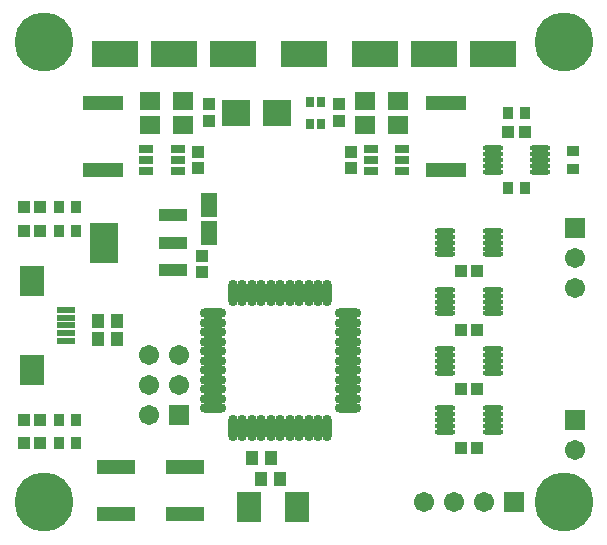
<source format=gts>
%FSLAX43Y43*%
%MOMM*%
G71*
G01*
G75*
G04 Layer_Color=8388736*
%ADD10R,3.650X2.050*%
%ADD11R,1.400X0.400*%
%ADD12R,1.900X2.300*%
%ADD13R,1.900X2.400*%
%ADD14R,0.900X1.000*%
%ADD15R,0.900X0.800*%
%ADD16R,0.800X0.900*%
%ADD17R,0.700X0.900*%
%ADD18R,3.000X1.000*%
%ADD19O,1.550X0.250*%
%ADD20R,0.900X0.700*%
%ADD21R,3.300X1.100*%
%ADD22R,1.500X1.400*%
%ADD23R,1.050X0.600*%
%ADD24R,2.250X2.100*%
%ADD25R,1.250X1.950*%
%ADD26O,0.600X2.050*%
%ADD27O,2.050X0.600*%
%ADD28R,2.150X3.200*%
%ADD29R,2.150X0.900*%
%ADD30R,0.559X0.711*%
%ADD31C,0.200*%
%ADD32C,0.400*%
%ADD33C,5.000*%
%ADD34C,1.500*%
%ADD35R,1.500X1.500*%
%ADD36R,1.500X1.500*%
%ADD37C,0.600*%
%ADD38C,1.000*%
%ADD39R,0.450X0.900*%
%ADD40R,3.300X1.400*%
%ADD41R,0.600X1.000*%
%ADD42C,0.250*%
%ADD43C,0.100*%
%ADD44C,0.600*%
%ADD45C,0.254*%
%ADD46C,0.203*%
%ADD47R,3.853X2.253*%
%ADD48R,1.603X0.603*%
%ADD49R,2.103X2.503*%
%ADD50R,2.103X2.603*%
%ADD51R,1.103X1.203*%
%ADD52R,1.103X1.003*%
%ADD53R,1.003X1.103*%
%ADD54R,0.903X1.103*%
%ADD55R,3.203X1.203*%
%ADD56O,1.753X0.453*%
%ADD57R,1.103X0.903*%
%ADD58R,3.503X1.303*%
%ADD59R,1.703X1.603*%
%ADD60R,1.253X0.803*%
%ADD61R,2.453X2.303*%
%ADD62R,1.453X2.153*%
%ADD63O,0.803X2.253*%
%ADD64O,2.253X0.803*%
%ADD65R,2.353X3.403*%
%ADD66R,2.353X1.103*%
%ADD67R,0.762X0.914*%
%ADD68C,1.703*%
%ADD69R,1.703X1.703*%
%ADD70R,1.703X1.703*%
G54D33*
X3000Y3000D02*
D03*
X47000D02*
D03*
X3000Y42000D02*
D03*
X47000D02*
D03*
G54D47*
X25000Y41000D02*
D03*
X41000D02*
D03*
X9000D02*
D03*
X14000D02*
D03*
X19000D02*
D03*
X31000D02*
D03*
X36000D02*
D03*
G54D48*
X4850Y19300D02*
D03*
Y18000D02*
D03*
Y18650D02*
D03*
Y17350D02*
D03*
Y16700D02*
D03*
G54D49*
X2000Y21750D02*
D03*
Y14250D02*
D03*
G54D50*
X24450Y2600D02*
D03*
X20350D02*
D03*
G54D51*
X20600Y6800D02*
D03*
X22200D02*
D03*
X21400Y5000D02*
D03*
X23000D02*
D03*
X9200Y18400D02*
D03*
X7600D02*
D03*
X9200Y16800D02*
D03*
X7600D02*
D03*
G54D52*
X16000Y31300D02*
D03*
Y32700D02*
D03*
X29000Y32700D02*
D03*
Y31300D02*
D03*
X28000Y36700D02*
D03*
Y35300D02*
D03*
X17000Y36700D02*
D03*
Y35300D02*
D03*
X16400Y23900D02*
D03*
Y22500D02*
D03*
G54D53*
X1300Y26000D02*
D03*
X2700D02*
D03*
X1300Y28000D02*
D03*
X2700D02*
D03*
X1300Y8000D02*
D03*
X2700D02*
D03*
X1300Y10000D02*
D03*
X2700D02*
D03*
X43700Y34400D02*
D03*
X42300D02*
D03*
X38300Y22600D02*
D03*
X39700D02*
D03*
X38300Y17600D02*
D03*
X39700D02*
D03*
X38300Y12600D02*
D03*
X39700D02*
D03*
X38300Y7600D02*
D03*
X39700D02*
D03*
G54D54*
X5750Y26000D02*
D03*
X4250D02*
D03*
X5750Y28000D02*
D03*
X4250D02*
D03*
X42250Y29600D02*
D03*
X43750D02*
D03*
X5750Y8000D02*
D03*
X4250D02*
D03*
X5750Y10000D02*
D03*
X4250D02*
D03*
X43750Y36000D02*
D03*
X42250D02*
D03*
G54D55*
X14900Y2000D02*
D03*
X9100D02*
D03*
X14900Y6000D02*
D03*
X9100D02*
D03*
G54D56*
X36975Y26000D02*
D03*
Y25500D02*
D03*
Y25000D02*
D03*
Y24500D02*
D03*
Y24000D02*
D03*
X41025Y26000D02*
D03*
Y25500D02*
D03*
Y25000D02*
D03*
Y24500D02*
D03*
Y24000D02*
D03*
X36975Y21000D02*
D03*
Y20500D02*
D03*
Y20000D02*
D03*
Y19500D02*
D03*
Y19000D02*
D03*
X41025Y21000D02*
D03*
Y20500D02*
D03*
Y20000D02*
D03*
Y19500D02*
D03*
Y19000D02*
D03*
X36975Y16000D02*
D03*
Y15500D02*
D03*
Y15000D02*
D03*
Y14500D02*
D03*
Y14000D02*
D03*
X41025Y16000D02*
D03*
Y15500D02*
D03*
Y15000D02*
D03*
Y14500D02*
D03*
Y14000D02*
D03*
X36975Y11000D02*
D03*
Y10500D02*
D03*
Y10000D02*
D03*
Y9500D02*
D03*
Y9000D02*
D03*
X41025Y11000D02*
D03*
Y10500D02*
D03*
Y10000D02*
D03*
Y9500D02*
D03*
Y9000D02*
D03*
X45025Y31000D02*
D03*
Y31500D02*
D03*
Y32000D02*
D03*
Y32500D02*
D03*
Y33000D02*
D03*
X40975Y31000D02*
D03*
Y31500D02*
D03*
Y32000D02*
D03*
Y32500D02*
D03*
Y33000D02*
D03*
G54D57*
X47800Y31250D02*
D03*
Y32750D02*
D03*
G54D58*
X37000Y31150D02*
D03*
Y36850D02*
D03*
X8000D02*
D03*
Y31150D02*
D03*
G54D59*
X33000Y37000D02*
D03*
Y35000D02*
D03*
X12000Y37000D02*
D03*
Y35000D02*
D03*
X14800D02*
D03*
Y37000D02*
D03*
X30200Y35000D02*
D03*
Y37000D02*
D03*
G54D60*
X33325Y32950D02*
D03*
Y32000D02*
D03*
Y31050D02*
D03*
X30675D02*
D03*
Y32000D02*
D03*
Y32950D02*
D03*
X11675Y31050D02*
D03*
Y32000D02*
D03*
Y32950D02*
D03*
X14325D02*
D03*
Y32000D02*
D03*
Y31050D02*
D03*
G54D61*
X22725Y36000D02*
D03*
X19275D02*
D03*
G54D62*
X17000Y28225D02*
D03*
Y25775D02*
D03*
G54D63*
X19000Y20700D02*
D03*
X19800D02*
D03*
X20600D02*
D03*
X21400D02*
D03*
X22200D02*
D03*
X23000D02*
D03*
X23800D02*
D03*
X24600D02*
D03*
X25400D02*
D03*
X26200D02*
D03*
X27000D02*
D03*
Y9300D02*
D03*
X26200D02*
D03*
X25400D02*
D03*
X24600D02*
D03*
X23800D02*
D03*
X23000D02*
D03*
X22200D02*
D03*
X21400D02*
D03*
X20600D02*
D03*
X19800D02*
D03*
X19000D02*
D03*
G54D64*
X28700Y19000D02*
D03*
Y18200D02*
D03*
Y17400D02*
D03*
Y16600D02*
D03*
Y15800D02*
D03*
Y15000D02*
D03*
Y14200D02*
D03*
Y13400D02*
D03*
Y12600D02*
D03*
Y11800D02*
D03*
Y11000D02*
D03*
X17300D02*
D03*
Y11800D02*
D03*
Y12600D02*
D03*
Y13400D02*
D03*
Y14200D02*
D03*
Y15000D02*
D03*
Y15800D02*
D03*
Y16600D02*
D03*
Y17400D02*
D03*
Y18200D02*
D03*
Y19000D02*
D03*
G54D65*
X8075Y25000D02*
D03*
G54D66*
X13925Y27300D02*
D03*
Y25000D02*
D03*
Y22700D02*
D03*
G54D67*
X26483Y35086D02*
D03*
Y36914D02*
D03*
X25517D02*
D03*
Y35086D02*
D03*
G54D68*
X35180Y3000D02*
D03*
X37720D02*
D03*
X40260D02*
D03*
X11860Y10400D02*
D03*
X14400Y12940D02*
D03*
X11860D02*
D03*
X14400Y15480D02*
D03*
X11860D02*
D03*
X48000Y7460D02*
D03*
Y23660D02*
D03*
Y21120D02*
D03*
G54D69*
X42800Y3000D02*
D03*
G54D70*
X14400Y10400D02*
D03*
X48000Y10000D02*
D03*
Y26200D02*
D03*
M02*

</source>
